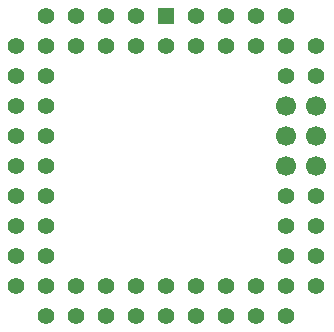
<source format=gbr>
%TF.GenerationSoftware,KiCad,Pcbnew,(6.0.4)*%
%TF.CreationDate,2022-07-16T18:09:19+02:00*%
%TF.ProjectId,AirlabMuxAtmel,4169726c-6162-44d7-9578-41746d656c2e,rev?*%
%TF.SameCoordinates,Original*%
%TF.FileFunction,Soldermask,Bot*%
%TF.FilePolarity,Negative*%
%FSLAX46Y46*%
G04 Gerber Fmt 4.6, Leading zero omitted, Abs format (unit mm)*
G04 Created by KiCad (PCBNEW (6.0.4)) date 2022-07-16 18:09:19*
%MOMM*%
%LPD*%
G01*
G04 APERTURE LIST*
%ADD10C,1.700000*%
%ADD11R,1.422400X1.422400*%
%ADD12C,1.422400*%
G04 APERTURE END LIST*
D10*
%TO.C,P1*%
X107950000Y-61595000D03*
X110490000Y-61595000D03*
X107950000Y-64135000D03*
X110490000Y-64135000D03*
X107950000Y-66675000D03*
X110490000Y-66675000D03*
%TD*%
D11*
%TO.C,IC2*%
X97790000Y-53975000D03*
D12*
X97790000Y-56515000D03*
X95250000Y-53975000D03*
X95250000Y-56515000D03*
X92710000Y-53975000D03*
X92710000Y-56515000D03*
X90170000Y-53975000D03*
X90170000Y-56515000D03*
X87630000Y-53975000D03*
X85090000Y-56515000D03*
X87630000Y-56515000D03*
X85090000Y-59055000D03*
X87630000Y-59055000D03*
X85090000Y-61595000D03*
X87630000Y-61595000D03*
X85090000Y-64135000D03*
X87630000Y-64135000D03*
X85090000Y-66675000D03*
X87630000Y-66675000D03*
X85090000Y-69215000D03*
X87630000Y-69215000D03*
X85090000Y-71755000D03*
X87630000Y-71755000D03*
X85090000Y-74295000D03*
X87630000Y-74295000D03*
X85090000Y-76835000D03*
X87630000Y-79375000D03*
X87630000Y-76835000D03*
X90170000Y-79375000D03*
X90170000Y-76835000D03*
X92710000Y-79375000D03*
X92710000Y-76835000D03*
X95250000Y-79375000D03*
X95250000Y-76835000D03*
X97790000Y-79375000D03*
X97790000Y-76835000D03*
X100330000Y-79375000D03*
X100330000Y-76835000D03*
X102870000Y-79375000D03*
X102870000Y-76835000D03*
X105410000Y-79375000D03*
X105410000Y-76835000D03*
X107950000Y-79375000D03*
X110490000Y-76835000D03*
X107950000Y-76835000D03*
X110490000Y-74295000D03*
X107950000Y-74295000D03*
X110490000Y-71755000D03*
X107950000Y-71755000D03*
X110490000Y-69215000D03*
X107950000Y-69215000D03*
X110490000Y-59055000D03*
X107950000Y-59055000D03*
X110490000Y-56515000D03*
X107950000Y-53975000D03*
X107950000Y-56515000D03*
X105410000Y-53975000D03*
X105410000Y-56515000D03*
X102870000Y-53975000D03*
X102870000Y-56515000D03*
X100330000Y-53975000D03*
X100330000Y-56515000D03*
%TD*%
M02*

</source>
